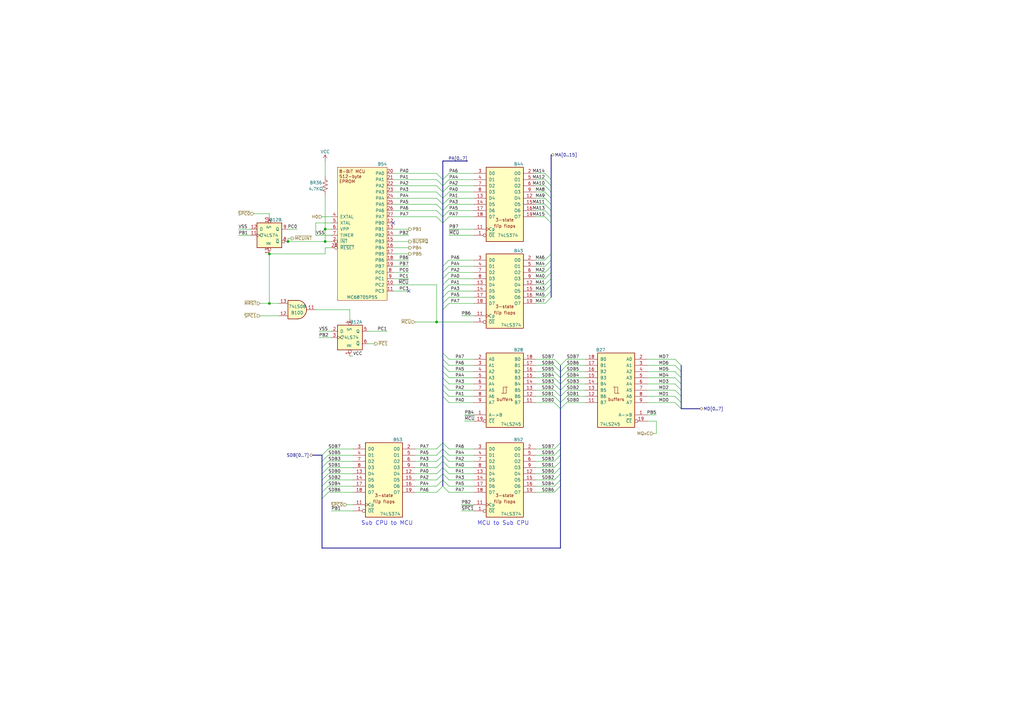
<source format=kicad_sch>
(kicad_sch (version 20231120) (generator "eeschema") (generator_version "8.0")
  (paper "A3")
  (title_block (title "MCU") (date "2024-11-16") (company "JOTEGO") (comment 1 "www.patreon.com/jotego") (comment 2 "José Tejada"))
  (lib_symbols
    (symbol "Device:R_US" (pin_numbers hide) (pin_names (offset 0))
      (property "Reference" "R" (at 2.54 0 90))
      (property "Value" "R_US" (at -2.54 0 90))
      (symbol "R_US_0_1"
        (polyline (pts (xy 0 -2.286) (xy 0 -2.54)))
        (polyline (pts (xy 0 2.286) (xy 0 2.54)))
        (polyline (pts (xy 0 -0.762) (xy 1.016 -1.143) (xy 0 -1.524) (xy -1.016 -1.905) (xy 0 -2.286)))
        (polyline (pts (xy 0 0.762) (xy 1.016 0.381) (xy 0 0) (xy -1.016 -0.381) (xy 0 -0.762)))
        (polyline (pts (xy 0 2.286) (xy 1.016 1.905) (xy 0 1.524) (xy -1.016 1.143) (xy 0 0.762)))
      )
      (symbol "R_US_1_1"
        (pin passive line (at 0 3.81 270) (length 1.27) (name "~") (number "1"))
        (pin passive line (at 0 -3.81 90) (length 1.27) (name "~") (number "2"))
      )
    )
    (symbol "arcade:MC68705P5S" (pin_names (offset 1.016))
      (property "Reference" "U" (at 10.16 27.94 0))
      (property "Value" "MC68705P5S" (at 0 -26.67 0))
      (symbol "MC68705P5S_0_1"
        (rectangle (start -10.16 26.67) (end 10.16 -27.94) (fill (type background)))
      )
      (symbol "MC68705P5S_1_0"
        (text "8-BIT MCU\n512-byte\nEPROM" (at -9.525 22.86 0) (effects (font (size 1.27 1.27)) (justify left)))
      )
      (symbol "MC68705P5S_1_1"
        (pin power_in line (at 0 -27.94 90) (length 2.54) hide (name "VSS") (number "1"))
        (pin bidirectional line (at 12.7 -21.59 180) (length 2.54) (name "PC2") (number "10"))
        (pin bidirectional line (at 12.7 -24.13 180) (length 2.54) (name "PC3") (number "11"))
        (pin bidirectional line (at 12.7 3.81 180) (length 2.54) (name "PB0") (number "12"))
        (pin bidirectional line (at 12.7 1.27 180) (length 2.54) (name "PB1") (number "13"))
        (pin bidirectional line (at 12.7 -1.27 180) (length 2.54) (name "PB2") (number "14"))
        (pin bidirectional line (at 12.7 -3.81 180) (length 2.54) (name "PB3") (number "15"))
        (pin bidirectional line (at 12.7 -6.35 180) (length 2.54) (name "PB4") (number "16"))
        (pin bidirectional line (at 12.7 -8.89 180) (length 2.54) (name "PB5") (number "17"))
        (pin bidirectional line (at 12.7 -11.43 180) (length 2.54) (name "PB6") (number "18"))
        (pin bidirectional line (at 12.7 -13.97 180) (length 2.54) (name "PB7") (number "19"))
        (pin input inverted (at -12.7 -3.81 0) (length 2.54) (name "~{INT}") (number "2"))
        (pin bidirectional line (at 12.7 24.13 180) (length 2.54) (name "PA0") (number "20"))
        (pin bidirectional line (at 12.7 21.59 180) (length 2.54) (name "PA1") (number "21"))
        (pin bidirectional line (at 12.7 19.05 180) (length 2.54) (name "PA2") (number "22"))
        (pin bidirectional line (at 12.7 16.51 180) (length 2.54) (name "PA3") (number "23"))
        (pin bidirectional line (at 12.7 13.97 180) (length 2.54) (name "PA4") (number "24"))
        (pin bidirectional line (at 12.7 11.43 180) (length 2.54) (name "PA5") (number "25"))
        (pin bidirectional line (at 12.7 8.89 180) (length 2.54) (name "PA6") (number "26"))
        (pin bidirectional line (at 12.7 6.35 180) (length 2.54) (name "PA7") (number "27"))
        (pin input inverted (at -12.7 -6.35 0) (length 2.54) (name "~{RESET}") (number "28"))
        (pin power_in line (at 0 26.67 270) (length 2.54) hide (name "VCC") (number "3"))
        (pin input line (at -12.7 6.35 0) (length 2.54) (name "EXTAL") (number "4"))
        (pin input line (at -12.7 3.81 0) (length 2.54) (name "XTAL") (number "5"))
        (pin input line (at -12.7 1.27 0) (length 2.54) (name "VPP") (number "6"))
        (pin input line (at -12.7 -1.27 0) (length 2.54) (name "TIMER") (number "7"))
        (pin bidirectional line (at 12.7 -16.51 180) (length 2.54) (name "PC0") (number "8"))
        (pin bidirectional line (at 12.7 -19.05 180) (length 2.54) (name "PC1") (number "9"))
      )
    )
    (symbol "jt74:74LS08" (pin_names (offset 1.016))
      (property "Reference" "U" (at 0 1.27 0))
      (property "Value" "74LS08" (at 0 -1.27 0))
      (symbol "74LS08_1_1"
        (arc (start 0 -3.81) (mid 3.7934 0) (end 0 3.81) (stroke (width 0.254)) (fill (type background)))
        (polyline (pts (xy 0 3.81) (xy -3.81 3.81) (xy -3.81 -3.81) (xy 0 -3.81)) (stroke (width 0.254)) (fill (type background)))
        (pin input line (at -7.62 2.54 0) (length 3.81) (name "~") (number "1"))
        (pin input line (at -7.62 -2.54 0) (length 3.81) (name "~") (number "2"))
        (pin output line (at 7.62 0 180) (length 3.81) (name "~") (number "3"))
      )
      (symbol "74LS08_1_2"
        (arc (start -3.81 -3.81) (mid -2.589 0) (end -3.81 3.81) (stroke (width 0.254)))
        (arc (start -0.6096 -3.81) (mid 2.1842 -2.5851) (end 3.81 0) (stroke (width 0.254)) (fill (type background)))
        (polyline (pts (xy -3.81 -3.81) (xy -0.635 -3.81)) (stroke (width 0.254)) (fill (type background)))
        (polyline (pts (xy -3.81 3.81) (xy -0.635 3.81)) (stroke (width 0.254)) (fill (type background)))
        (polyline (pts (xy -0.635 3.81) (xy -3.81 3.81) (xy -3.81 3.81) (xy -3.556 3.4036) (xy -3.0226 2.2606) (xy -2.6924 1.0414) (xy -2.6162 -0.254) (xy -2.7686 -1.4986) (xy -3.175 -2.7178) (xy -3.81 -3.81) (xy -3.81 -3.81) (xy -0.635 -3.81)) (stroke (width -25.4)) (fill (type background)))
        (arc (start 3.81 0) (mid 2.1915 2.5936) (end -0.6096 3.81) (stroke (width 0.254)) (fill (type background)))
        (pin input inverted (at -7.62 2.54 0) (length 4.318) (name "~") (number "1"))
        (pin input inverted (at -7.62 -2.54 0) (length 4.318) (name "~") (number "2"))
        (pin output inverted (at 7.62 0 180) (length 3.81) (name "~") (number "3"))
      )
      (symbol "74LS08_2_1"
        (arc (start 0 -3.81) (mid 3.7934 0) (end 0 3.81) (stroke (width 0.254)) (fill (type background)))
        (polyline (pts (xy 0 3.81) (xy -3.81 3.81) (xy -3.81 -3.81) (xy 0 -3.81)) (stroke (width 0.254)) (fill (type background)))
        (pin input line (at -7.62 2.54 0) (length 3.81) (name "~") (number "4"))
        (pin input line (at -7.62 -2.54 0) (length 3.81) (name "~") (number "5"))
        (pin output line (at 7.62 0 180) (length 3.81) (name "~") (number "6"))
      )
      (symbol "74LS08_2_2"
        (arc (start -3.81 -3.81) (mid -2.589 0) (end -3.81 3.81) (stroke (width 0.254)))
        (arc (start -0.6096 -3.81) (mid 2.1842 -2.5851) (end 3.81 0) (stroke (width 0.254)) (fill (type background)))
        (polyline (pts (xy -3.81 -3.81) (xy -0.635 -3.81)) (stroke (width 0.254)) (fill (type background)))
        (polyline (pts (xy -3.81 3.81) (xy -0.635 3.81)) (stroke (width 0.254)) (fill (type background)))
        (polyline (pts (xy -0.635 3.81) (xy -3.81 3.81) (xy -3.81 3.81) (xy -3.556 3.4036) (xy -3.0226 2.2606) (xy -2.6924 1.0414) (xy -2.6162 -0.254) (xy -2.7686 -1.4986) (xy -3.175 -2.7178) (xy -3.81 -3.81) (xy -3.81 -3.81) (xy -0.635 -3.81)) (stroke (width -25.4)) (fill (type background)))
        (arc (start 3.81 0) (mid 2.1915 2.5936) (end -0.6096 3.81) (stroke (width 0.254)) (fill (type background)))
        (pin input inverted (at -7.62 2.54 0) (length 4.318) (name "~") (number "4"))
        (pin input inverted (at -7.62 -2.54 0) (length 4.318) (name "~") (number "5"))
        (pin output inverted (at 7.62 0 180) (length 3.81) (name "~") (number "6"))
      )
      (symbol "74LS08_3_1"
        (arc (start 0 -3.81) (mid 3.7934 0) (end 0 3.81) (stroke (width 0.254)) (fill (type background)))
        (polyline (pts (xy 0 3.81) (xy -3.81 3.81) (xy -3.81 -3.81) (xy 0 -3.81)) (stroke (width 0.254)) (fill (type background)))
        (pin input line (at -7.62 -2.54 0) (length 3.81) (name "~") (number "10"))
        (pin output line (at 7.62 0 180) (length 3.81) (name "~") (number "8"))
        (pin input line (at -7.62 2.54 0) (length 3.81) (name "~") (number "9"))
      )
      (symbol "74LS08_3_2"
        (arc (start -3.81 -3.81) (mid -2.589 0) (end -3.81 3.81) (stroke (width 0.254)))
        (arc (start -0.6096 -3.81) (mid 2.1842 -2.5851) (end 3.81 0) (stroke (width 0.254)) (fill (type background)))
        (polyline (pts (xy -3.81 -3.81) (xy -0.635 -3.81)) (stroke (width 0.254)) (fill (type background)))
        (polyline (pts (xy -3.81 3.81) (xy -0.635 3.81)) (stroke (width 0.254)) (fill (type background)))
        (polyline (pts (xy -0.635 3.81) (xy -3.81 3.81) (xy -3.81 3.81) (xy -3.556 3.4036) (xy -3.0226 2.2606) (xy -2.6924 1.0414) (xy -2.6162 -0.254) (xy -2.7686 -1.4986) (xy -3.175 -2.7178) (xy -3.81 -3.81) (xy -3.81 -3.81) (xy -0.635 -3.81)) (stroke (width -25.4)) (fill (type background)))
        (arc (start 3.81 0) (mid 2.1915 2.5936) (end -0.6096 3.81) (stroke (width 0.254)) (fill (type background)))
        (pin input inverted (at -7.62 -2.54 0) (length 4.318) (name "~") (number "10"))
        (pin output inverted (at 7.62 0 180) (length 3.81) (name "~") (number "8"))
        (pin input inverted (at -7.62 2.54 0) (length 4.318) (name "~") (number "9"))
      )
      (symbol "74LS08_4_1"
        (arc (start 0 -3.81) (mid 3.7934 0) (end 0 3.81) (stroke (width 0.254)) (fill (type background)))
        (polyline (pts (xy 0 3.81) (xy -3.81 3.81) (xy -3.81 -3.81) (xy 0 -3.81)) (stroke (width 0.254)) (fill (type background)))
        (pin output line (at 7.62 0 180) (length 3.81) (name "~") (number "11"))
        (pin input line (at -7.62 2.54 0) (length 3.81) (name "~") (number "12"))
        (pin input line (at -7.62 -2.54 0) (length 3.81) (name "~") (number "13"))
      )
      (symbol "74LS08_4_2"
        (arc (start -3.81 -3.81) (mid -2.589 0) (end -3.81 3.81) (stroke (width 0.254)))
        (arc (start -0.6096 -3.81) (mid 2.1842 -2.5851) (end 3.81 0) (stroke (width 0.254)) (fill (type background)))
        (polyline (pts (xy -3.81 -3.81) (xy -0.635 -3.81)) (stroke (width 0.254)) (fill (type background)))
        (polyline (pts (xy -3.81 3.81) (xy -0.635 3.81)) (stroke (width 0.254)) (fill (type background)))
        (polyline (pts (xy -0.635 3.81) (xy -3.81 3.81) (xy -3.81 3.81) (xy -3.556 3.4036) (xy -3.0226 2.2606) (xy -2.6924 1.0414) (xy -2.6162 -0.254) (xy -2.7686 -1.4986) (xy -3.175 -2.7178) (xy -3.81 -3.81) (xy -3.81 -3.81) (xy -0.635 -3.81)) (stroke (width -25.4)) (fill (type background)))
        (arc (start 3.81 0) (mid 2.1915 2.5936) (end -0.6096 3.81) (stroke (width 0.254)) (fill (type background)))
        (pin output inverted (at 7.62 0 180) (length 3.81) (name "~") (number "11"))
        (pin input inverted (at -7.62 2.54 0) (length 4.318) (name "~") (number "12"))
        (pin input inverted (at -7.62 -2.54 0) (length 4.318) (name "~") (number "13"))
      )
      (symbol "74LS08_5_0"
        (pin power_in line (at 0 7.62 270) (length 5.08) hide (name "VCC") (number "14"))
        (pin power_in line (at 0 -7.62 90) (length 5.08) hide (name "VSS") (number "7"))
      )
      (symbol "74LS08_5_1"
        (rectangle (start -5.08 7.62) (end 5.08 -7.62) (stroke (width 0.254)) (fill (type background)))
        (text "+" (at 0 6.35 0) (effects (font (size 1.27 1.27))))
      )
    )
    (symbol "jt74:74LS245" (pin_names (offset 1.016))
      (property "Reference" "U" (at -7.62 16.51 0))
      (property "Value" "74LS245" (at 2.54 -13.97 0))
      (symbol "74LS245_0_0"
        (text "buffers" (at 0 -3.81 0) (effects (font (size 1.27 1.27))))
      )
      (symbol "74LS245_1_0"
        (polyline (pts (xy -0.635 -1.27) (xy -0.635 1.27) (xy 0.635 1.27)))
        (polyline (pts (xy -1.27 -1.27) (xy 0.635 -1.27) (xy 0.635 1.27) (xy 1.27 1.27)))
        (pin input line (at -12.7 -10.16 0) (length 5.08) (name "A->B") (number "1"))
        (pin tri_state line (at 12.7 -5.08 180) (length 5.08) (name "B7") (number "11"))
        (pin tri_state line (at 12.7 -2.54 180) (length 5.08) (name "B6") (number "12"))
        (pin tri_state line (at 12.7 0 180) (length 5.08) (name "B5") (number "13"))
        (pin tri_state line (at 12.7 2.54 180) (length 5.08) (name "B4") (number "14"))
        (pin tri_state line (at 12.7 5.08 180) (length 5.08) (name "B3") (number "15"))
        (pin tri_state line (at 12.7 7.62 180) (length 5.08) (name "B2") (number "16"))
        (pin tri_state line (at 12.7 10.16 180) (length 5.08) (name "B1") (number "17"))
        (pin tri_state line (at 12.7 12.7 180) (length 5.08) (name "B0") (number "18"))
        (pin input inverted (at -12.7 -12.7 0) (length 5.08) (name "~{CE}") (number "19"))
        (pin tri_state line (at -12.7 12.7 0) (length 5.08) (name "A0") (number "2"))
        (pin tri_state line (at -12.7 10.16 0) (length 5.08) (name "A1") (number "3"))
        (pin tri_state line (at -12.7 7.62 0) (length 5.08) (name "A2") (number "4"))
        (pin tri_state line (at -12.7 5.08 0) (length 5.08) (name "A3") (number "5"))
        (pin tri_state line (at -12.7 2.54 0) (length 5.08) (name "A4") (number "6"))
        (pin tri_state line (at -12.7 0 0) (length 5.08) (name "A5") (number "7"))
        (pin tri_state line (at -12.7 -2.54 0) (length 5.08) (name "A6") (number "8"))
        (pin tri_state line (at -12.7 -5.08 0) (length 5.08) (name "A7") (number "9"))
      )
      (symbol "74LS245_1_1"
        (rectangle (start -7.62 15.24) (end 7.62 -15.24) (stroke (width 0.254)) (fill (type background)))
      )
    )
    (symbol "jt74:74LS374" (pin_names (offset 1.016))
      (property "Reference" "U" (at 0 1.27 0))
      (property "Value" "74LS374" (at 2.54 -13.97 0))
      (symbol "74LS374_0_0"
        (text "3-state" (at 0 -6.35 0) (effects (font (size 1.27 1.27))))
        (text "flip flops" (at 0 -8.89 0) (effects (font (size 1.27 1.27))))
      )
      (symbol "74LS374_1_0"
        (pin input inverted (at -12.7 -12.7 0) (length 5.08) (name "~{OE}") (number "1"))
        (pin input clock (at -12.7 -10.16 0) (length 5.08) (name "Cp") (number "11"))
        (pin tri_state line (at 12.7 2.54 180) (length 5.08) (name "O4") (number "12"))
        (pin input line (at -12.7 2.54 0) (length 5.08) (name "D4") (number "13"))
        (pin input line (at -12.7 0 0) (length 5.08) (name "D5") (number "14"))
        (pin tri_state line (at 12.7 0 180) (length 5.08) (name "O5") (number "15"))
        (pin tri_state line (at 12.7 -2.54 180) (length 5.08) (name "O6") (number "16"))
        (pin input line (at -12.7 -2.54 0) (length 5.08) (name "D6") (number "17"))
        (pin input line (at -12.7 -5.08 0) (length 5.08) (name "D7") (number "18"))
        (pin tri_state line (at 12.7 -5.08 180) (length 5.08) (name "O7") (number "19"))
        (pin tri_state line (at 12.7 12.7 180) (length 5.08) (name "O0") (number "2"))
        (pin input line (at -12.7 12.7 0) (length 5.08) (name "D0") (number "3"))
        (pin input line (at -12.7 10.16 0) (length 5.08) (name "D1") (number "4"))
        (pin tri_state line (at 12.7 10.16 180) (length 5.08) (name "O1") (number "5"))
        (pin tri_state line (at 12.7 7.62 180) (length 5.08) (name "O2") (number "6"))
        (pin input line (at -12.7 7.62 0) (length 5.08) (name "D2") (number "7"))
        (pin input line (at -12.7 5.08 0) (length 5.08) (name "D3") (number "8"))
        (pin tri_state line (at 12.7 5.08 180) (length 5.08) (name "O3") (number "9"))
      )
      (symbol "74LS374_1_1"
        (rectangle (start -7.62 15.24) (end 7.62 -15.24) (stroke (width 0.254)) (fill (type background)))
      )
    )
    (symbol "jt74:74LS74" (pin_names (offset 1.016))
      (property "Reference" "U" (at 0 1.27 0))
      (property "Value" "74LS74" (at 0 -1.27 0))
      (symbol "74LS74_0_1"
        (text "+" (at 0 6.35 0) (effects (font (size 1.27 1.27))))
      )
      (symbol "74LS74_1_0"
        (pin input inverted (at 0 -7.62 90) (length 2.54) (name "~{R}") (number "1"))
        (pin input line (at -7.62 2.54 0) (length 2.54) (name "D") (number "2"))
        (pin input clock (at -7.62 0 0) (length 2.54) (name "C") (number "3"))
        (pin input inverted (at 0 7.62 270) (length 2.54) (name "~{S}") (number "4"))
        (pin output line (at 7.62 2.54 180) (length 2.54) (name "Q") (number "5"))
        (pin output line (at 7.62 -2.54 180) (length 2.54) (name "~{Q}") (number "6"))
      )
      (symbol "74LS74_1_1"
        (rectangle (start -5.08 5.08) (end 5.08 -5.08) (stroke (width 0.254)) (fill (type background)))
      )
      (symbol "74LS74_2_0"
        (pin input clock (at -7.62 0 0) (length 2.54) (name "C") (number "11"))
        (pin input line (at -7.62 2.54 0) (length 2.54) (name "D") (number "12"))
        (pin input inverted (at 0 -7.62 90) (length 2.54) (name "~{R}") (number "13"))
        (pin output inverted (at 7.62 -2.54 180) (length 2.54) (name "~{Q}") (number "8"))
        (pin output line (at 7.62 2.54 180) (length 2.54) (name "Q") (number "9"))
      )
      (symbol "74LS74_2_1"
        (rectangle (start -5.08 5.08) (end 5.08 -5.08) (stroke (width 0.254)) (fill (type background)))
        (pin input inverted (at 0 7.62 270) (length 2.54) (name "~{S}") (number "10"))
      )
      (symbol "74LS74_3_0"
        (pin power_in line (at 0 7.62 270) (length 2.54) hide (name "VCC") (number "14"))
        (pin power_in line (at 0 -7.62 90) (length 2.54) hide (name "GND") (number "7"))
      )
      (symbol "74LS74_3_1"
        (rectangle (start -5.08 7.62) (end 5.08 -7.62) (stroke (width 0.254)) (fill (type background)))
      )
    )
    (symbol "power:VCC" (power) (pin_names (offset 0))
      (property "Value" "VCC" (at 0 3.81 0))
      (symbol "VCC_0_1"
        (polyline (pts (xy -0.762 1.27) (xy 0 2.54)))
        (polyline (pts (xy 0 0) (xy 0 2.54)))
        (polyline (pts (xy 0 2.54) (xy 0.762 1.27)))
      )
      (symbol "VCC_1_1"
        (pin power_in line (at 0 0 90) (length 0) hide (name "VCC") (number "1"))
      )
    )
  )
  (junction (at 118.11 99.06))
  (junction (at 179.07 132.08))
  (junction (at 133.35 93.98))
  (junction (at 110.49 124.46))
  (junction (at 133.35 99.06))
  (junction (at 110.49 104.14))
  (no_connect (at 161.29 91.44))
  (no_connect (at 167.64 119.38))
  (bus_entry (at 179.07 186.69) (size 2.54 -2.54))
  (bus_entry (at 184.15 106.68) (size -2.54 2.54))
  (bus_entry (at 227.33 152.4) (size 2.54 2.54))
  (bus_entry (at 227.33 157.48) (size 2.54 2.54))
  (bus_entry (at 184.15 109.22) (size -2.54 2.54))
  (bus_entry (at 134.62 196.85) (size -2.54 2.54))
  (bus_entry (at 184.15 196.85) (size -2.54 -2.54))
  (bus_entry (at 226.06 78.74) (size -2.54 -2.54))
  (bus_entry (at 276.86 165.1) (size 2.54 2.54))
  (bus_entry (at 226.06 76.2) (size -2.54 -2.54))
  (bus_entry (at 184.15 199.39) (size -2.54 -2.54))
  (bus_entry (at 184.15 81.28) (size -2.54 2.54))
  (bus_entry (at 184.15 119.38) (size -2.54 2.54))
  (bus_entry (at 184.15 186.69) (size -2.54 -2.54))
  (bus_entry (at 184.15 124.46) (size -2.54 2.54))
  (bus_entry (at 227.33 191.77) (size 2.54 -2.54))
  (bus_entry (at 184.15 149.86) (size -2.54 -2.54))
  (bus_entry (at 232.41 154.94) (size -2.54 2.54))
  (bus_entry (at 184.15 160.02) (size -2.54 -2.54))
  (bus_entry (at 227.33 184.15) (size 2.54 -2.54))
  (bus_entry (at 179.07 88.9) (size 2.54 2.54))
  (bus_entry (at 184.15 83.82) (size -2.54 2.54))
  (bus_entry (at 184.15 191.77) (size -2.54 -2.54))
  (bus_entry (at 184.15 162.56) (size -2.54 -2.54))
  (bus_entry (at 184.15 194.31) (size -2.54 -2.54))
  (bus_entry (at 179.07 194.31) (size 2.54 -2.54))
  (bus_entry (at 184.15 189.23) (size -2.54 -2.54))
  (bus_entry (at 227.33 162.56) (size 2.54 2.54))
  (bus_entry (at 134.62 189.23) (size -2.54 2.54))
  (bus_entry (at 179.07 189.23) (size 2.54 -2.54))
  (bus_entry (at 179.07 201.93) (size 2.54 -2.54))
  (bus_entry (at 227.33 199.39) (size 2.54 -2.54))
  (bus_entry (at 227.33 194.31) (size 2.54 -2.54))
  (bus_entry (at 179.07 83.82) (size 2.54 2.54))
  (bus_entry (at 226.06 83.82) (size -2.54 -2.54))
  (bus_entry (at 226.06 88.9) (size -2.54 -2.54))
  (bus_entry (at 276.86 160.02) (size 2.54 2.54))
  (bus_entry (at 232.41 165.1) (size -2.54 2.54))
  (bus_entry (at 184.15 121.92) (size -2.54 2.54))
  (bus_entry (at 227.33 147.32) (size 2.54 2.54))
  (bus_entry (at 179.07 71.12) (size 2.54 2.54))
  (bus_entry (at 226.06 91.44) (size -2.54 -2.54))
  (bus_entry (at 226.06 121.92) (size -2.54 2.54))
  (bus_entry (at 179.07 78.74) (size 2.54 2.54))
  (bus_entry (at 227.33 154.94) (size 2.54 2.54))
  (bus_entry (at 227.33 201.93) (size 2.54 -2.54))
  (bus_entry (at 226.06 116.84) (size -2.54 2.54))
  (bus_entry (at 184.15 184.15) (size -2.54 -2.54))
  (bus_entry (at 184.15 88.9) (size -2.54 2.54))
  (bus_entry (at 134.62 199.39) (size -2.54 2.54))
  (bus_entry (at 184.15 152.4) (size -2.54 -2.54))
  (bus_entry (at 179.07 81.28) (size 2.54 2.54))
  (bus_entry (at 179.07 86.36) (size 2.54 2.54))
  (bus_entry (at 226.06 106.68) (size -2.54 2.54))
  (bus_entry (at 227.33 160.02) (size 2.54 2.54))
  (bus_entry (at 276.86 157.48) (size 2.54 2.54))
  (bus_entry (at 184.15 78.74) (size -2.54 2.54))
  (bus_entry (at 179.07 184.15) (size 2.54 -2.54))
  (bus_entry (at 226.06 111.76) (size -2.54 2.54))
  (bus_entry (at 184.15 71.12) (size -2.54 2.54))
  (bus_entry (at 226.06 119.38) (size -2.54 2.54))
  (bus_entry (at 184.15 147.32) (size -2.54 -2.54))
  (bus_entry (at 184.15 111.76) (size -2.54 2.54))
  (bus_entry (at 227.33 165.1) (size 2.54 2.54))
  (bus_entry (at 232.41 160.02) (size -2.54 2.54))
  (bus_entry (at 134.62 191.77) (size -2.54 2.54))
  (bus_entry (at 232.41 152.4) (size -2.54 2.54))
  (bus_entry (at 276.86 152.4) (size 2.54 2.54))
  (bus_entry (at 276.86 154.94) (size 2.54 2.54))
  (bus_entry (at 276.86 147.32) (size 2.54 2.54))
  (bus_entry (at 226.06 86.36) (size -2.54 -2.54))
  (bus_entry (at 227.33 186.69) (size 2.54 -2.54))
  (bus_entry (at 226.06 114.3) (size -2.54 2.54))
  (bus_entry (at 232.41 149.86) (size -2.54 2.54))
  (bus_entry (at 179.07 199.39) (size 2.54 -2.54))
  (bus_entry (at 179.07 196.85) (size 2.54 -2.54))
  (bus_entry (at 232.41 157.48) (size -2.54 2.54))
  (bus_entry (at 184.15 73.66) (size -2.54 2.54))
  (bus_entry (at 232.41 162.56) (size -2.54 2.54))
  (bus_entry (at 276.86 149.86) (size 2.54 2.54))
  (bus_entry (at 226.06 81.28) (size -2.54 -2.54))
  (bus_entry (at 184.15 154.94) (size -2.54 -2.54))
  (bus_entry (at 226.06 109.22) (size -2.54 2.54))
  (bus_entry (at 179.07 191.77) (size 2.54 -2.54))
  (bus_entry (at 184.15 116.84) (size -2.54 2.54))
  (bus_entry (at 134.62 184.15) (size -2.54 2.54))
  (bus_entry (at 227.33 196.85) (size 2.54 -2.54))
  (bus_entry (at 134.62 194.31) (size -2.54 2.54))
  (bus_entry (at 226.06 73.66) (size -2.54 -2.54))
  (bus_entry (at 232.41 147.32) (size -2.54 2.54))
  (bus_entry (at 227.33 189.23) (size 2.54 -2.54))
  (bus_entry (at 134.62 186.69) (size -2.54 2.54))
  (bus_entry (at 184.15 76.2) (size -2.54 2.54))
  (bus_entry (at 134.62 201.93) (size -2.54 2.54))
  (bus_entry (at 276.86 162.56) (size 2.54 2.54))
  (bus_entry (at 227.33 149.86) (size 2.54 2.54))
  (bus_entry (at 226.06 104.14) (size -2.54 2.54))
  (bus_entry (at 179.07 73.66) (size 2.54 2.54))
  (bus_entry (at 184.15 201.93) (size -2.54 -2.54))
  (bus_entry (at 184.15 114.3) (size -2.54 2.54))
  (bus_entry (at 179.07 76.2) (size 2.54 2.54))
  (bus_entry (at 184.15 157.48) (size -2.54 -2.54))
  (bus_entry (at 184.15 86.36) (size -2.54 2.54))
  (bus_entry (at 184.15 165.1) (size -2.54 -2.54))
  (bus (pts (xy 287.02 167.64) (xy 279.4 167.64)))
  (wire (pts (xy 219.71 106.68) (xy 223.52 106.68)))
  (bus (pts (xy 226.06 119.38) (xy 226.06 121.92)))
  (wire (pts (xy 276.86 152.4) (xy 265.43 152.4)))
  (bus (pts (xy 226.06 86.36) (xy 226.06 88.9)))
  (bus (pts (xy 132.08 194.31) (xy 132.08 196.85)))
  (bus (pts (xy 279.4 157.48) (xy 279.4 154.94)))
  (wire (pts (xy 189.23 209.55) (xy 194.31 209.55)))
  (bus (pts (xy 132.08 196.85) (xy 132.08 199.39)))
  (wire (pts (xy 184.15 109.22) (xy 194.31 109.22)))
  (wire (pts (xy 119.38 97.79) (xy 118.11 97.79)))
  (bus (pts (xy 181.61 144.78) (xy 181.61 147.32)))
  (bus (pts (xy 181.61 73.66) (xy 181.61 76.2)))
  (wire (pts (xy 129.54 91.44) (xy 129.54 96.52)))
  (bus (pts (xy 132.08 189.23) (xy 132.08 191.77)))
  (wire (pts (xy 184.15 76.2) (xy 194.31 76.2)))
  (wire (pts (xy 133.35 104.14) (xy 133.35 101.6)))
  (wire (pts (xy 219.71 152.4) (xy 227.33 152.4)))
  (wire (pts (xy 276.86 147.32) (xy 265.43 147.32)))
  (wire (pts (xy 151.13 135.89) (xy 158.75 135.89)))
  (wire (pts (xy 130.81 135.89) (xy 135.89 135.89)))
  (wire (pts (xy 184.15 157.48) (xy 194.31 157.48)))
  (wire (pts (xy 161.29 78.74) (xy 179.07 78.74)))
  (wire (pts (xy 161.29 119.38) (xy 167.64 119.38)))
  (wire (pts (xy 161.29 99.06) (xy 167.64 99.06)))
  (wire (pts (xy 269.24 177.8) (xy 267.97 177.8)))
  (bus (pts (xy 181.61 127) (xy 181.61 144.78)))
  (wire (pts (xy 219.71 83.82) (xy 223.52 83.82)))
  (bus (pts (xy 226.06 106.68) (xy 226.06 109.22)))
  (bus (pts (xy 181.61 149.86) (xy 181.61 152.4)))
  (bus (pts (xy 226.06 81.28) (xy 226.06 83.82)))
  (wire (pts (xy 184.15 83.82) (xy 194.31 83.82)))
  (bus (pts (xy 181.61 194.31) (xy 181.61 196.85)))
  (wire (pts (xy 170.18 196.85) (xy 179.07 196.85)))
  (bus (pts (xy 226.06 73.66) (xy 226.06 76.2)))
  (wire (pts (xy 240.03 147.32) (xy 232.41 147.32)))
  (bus (pts (xy 181.61 78.74) (xy 181.61 76.2)))
  (wire (pts (xy 106.68 129.54) (xy 114.3 129.54)))
  (bus (pts (xy 181.61 119.38) (xy 181.61 121.92)))
  (wire (pts (xy 194.31 199.39) (xy 184.15 199.39)))
  (wire (pts (xy 269.24 172.72) (xy 269.24 177.8)))
  (bus (pts (xy 229.87 191.77) (xy 229.87 194.31)))
  (bus (pts (xy 229.87 181.61) (xy 229.87 184.15)))
  (wire (pts (xy 276.86 149.86) (xy 265.43 149.86)))
  (wire (pts (xy 133.35 93.98) (xy 133.35 99.06)))
  (wire (pts (xy 219.71 184.15) (xy 227.33 184.15)))
  (bus (pts (xy 181.61 78.74) (xy 181.61 81.28)))
  (bus (pts (xy 226.06 76.2) (xy 226.06 78.74)))
  (wire (pts (xy 189.23 129.54) (xy 194.31 129.54)))
  (wire (pts (xy 194.31 184.15) (xy 184.15 184.15)))
  (bus (pts (xy 181.61 189.23) (xy 181.61 191.77)))
  (wire (pts (xy 144.78 209.55) (xy 135.89 209.55)))
  (wire (pts (xy 106.68 124.46) (xy 110.49 124.46)))
  (wire (pts (xy 118.11 97.79) (xy 118.11 99.06)))
  (wire (pts (xy 133.35 66.04) (xy 133.35 72.39)))
  (wire (pts (xy 134.62 186.69) (xy 144.78 186.69)))
  (bus (pts (xy 226.06 88.9) (xy 226.06 91.44)))
  (bus (pts (xy 181.61 157.48) (xy 181.61 160.02)))
  (wire (pts (xy 276.86 160.02) (xy 265.43 160.02)))
  (wire (pts (xy 161.29 114.3) (xy 167.64 114.3)))
  (wire (pts (xy 219.71 78.74) (xy 223.52 78.74)))
  (bus (pts (xy 229.87 152.4) (xy 229.87 149.86)))
  (wire (pts (xy 134.62 184.15) (xy 144.78 184.15)))
  (wire (pts (xy 184.15 73.66) (xy 194.31 73.66)))
  (wire (pts (xy 184.15 154.94) (xy 194.31 154.94)))
  (wire (pts (xy 219.71 160.02) (xy 227.33 160.02)))
  (wire (pts (xy 151.13 140.97) (xy 153.67 140.97)))
  (wire (pts (xy 240.03 160.02) (xy 232.41 160.02)))
  (bus (pts (xy 229.87 184.15) (xy 229.87 186.69)))
  (bus (pts (xy 229.87 186.69) (xy 229.87 189.23)))
  (wire (pts (xy 219.71 199.39) (xy 227.33 199.39)))
  (wire (pts (xy 276.86 157.48) (xy 265.43 157.48)))
  (bus (pts (xy 181.61 66.04) (xy 181.61 73.66)))
  (wire (pts (xy 219.71 189.23) (xy 227.33 189.23)))
  (bus (pts (xy 229.87 167.64) (xy 229.87 181.61)))
  (bus (pts (xy 226.06 114.3) (xy 226.06 116.84)))
  (bus (pts (xy 279.4 160.02) (xy 279.4 157.48)))
  (wire (pts (xy 97.79 96.52) (xy 102.87 96.52)))
  (wire (pts (xy 219.71 186.69) (xy 227.33 186.69)))
  (wire (pts (xy 161.29 83.82) (xy 179.07 83.82)))
  (wire (pts (xy 133.35 101.6) (xy 135.89 101.6)))
  (wire (pts (xy 134.62 199.39) (xy 144.78 199.39)))
  (wire (pts (xy 219.71 71.12) (xy 223.52 71.12)))
  (wire (pts (xy 219.71 154.94) (xy 227.33 154.94)))
  (bus (pts (xy 181.61 88.9) (xy 181.61 91.44)))
  (wire (pts (xy 134.62 191.77) (xy 144.78 191.77)))
  (wire (pts (xy 219.71 116.84) (xy 223.52 116.84)))
  (wire (pts (xy 194.31 189.23) (xy 184.15 189.23)))
  (wire (pts (xy 184.15 86.36) (xy 194.31 86.36)))
  (wire (pts (xy 170.18 189.23) (xy 179.07 189.23)))
  (wire (pts (xy 161.29 116.84) (xy 179.07 116.84)))
  (bus (pts (xy 132.08 199.39) (xy 132.08 201.93)))
  (wire (pts (xy 161.29 73.66) (xy 179.07 73.66)))
  (wire (pts (xy 219.71 73.66) (xy 223.52 73.66)))
  (wire (pts (xy 194.31 194.31) (xy 184.15 194.31)))
  (bus (pts (xy 181.61 162.56) (xy 181.61 181.61)))
  (bus (pts (xy 181.61 91.44) (xy 181.61 109.22)))
  (wire (pts (xy 170.18 194.31) (xy 179.07 194.31)))
  (wire (pts (xy 184.15 96.52) (xy 194.31 96.52)))
  (wire (pts (xy 132.08 88.9) (xy 135.89 88.9)))
  (wire (pts (xy 219.71 121.92) (xy 223.52 121.92)))
  (wire (pts (xy 269.24 170.18) (xy 265.43 170.18)))
  (wire (pts (xy 104.14 87.63) (xy 110.49 87.63)))
  (wire (pts (xy 219.71 88.9) (xy 223.52 88.9)))
  (wire (pts (xy 276.86 165.1) (xy 265.43 165.1)))
  (wire (pts (xy 240.03 157.48) (xy 232.41 157.48)))
  (wire (pts (xy 170.18 186.69) (xy 179.07 186.69)))
  (wire (pts (xy 219.71 201.93) (xy 227.33 201.93)))
  (wire (pts (xy 194.31 196.85) (xy 184.15 196.85)))
  (bus (pts (xy 229.87 160.02) (xy 229.87 157.48)))
  (bus (pts (xy 229.87 165.1) (xy 229.87 162.56)))
  (bus (pts (xy 229.87 199.39) (xy 229.87 224.79)))
  (wire (pts (xy 97.79 93.98) (xy 102.87 93.98)))
  (wire (pts (xy 110.49 104.14) (xy 110.49 124.46)))
  (wire (pts (xy 184.15 116.84) (xy 194.31 116.84)))
  (wire (pts (xy 135.89 99.06) (xy 133.35 99.06)))
  (wire (pts (xy 161.29 71.12) (xy 179.07 71.12)))
  (bus (pts (xy 226.06 104.14) (xy 226.06 106.68)))
  (wire (pts (xy 161.29 104.14) (xy 167.64 104.14)))
  (wire (pts (xy 184.15 119.38) (xy 194.31 119.38)))
  (bus (pts (xy 132.08 204.47) (xy 132.08 224.79)))
  (wire (pts (xy 219.71 111.76) (xy 223.52 111.76)))
  (wire (pts (xy 134.62 194.31) (xy 144.78 194.31)))
  (wire (pts (xy 110.49 87.63) (xy 110.49 88.9)))
  (wire (pts (xy 161.29 111.76) (xy 167.64 111.76)))
  (bus (pts (xy 279.4 149.86) (xy 279.4 152.4)))
  (wire (pts (xy 184.15 114.3) (xy 194.31 114.3)))
  (wire (pts (xy 161.29 101.6) (xy 167.64 101.6)))
  (bus (pts (xy 181.61 114.3) (xy 181.61 116.84)))
  (bus (pts (xy 226.06 109.22) (xy 226.06 111.76)))
  (wire (pts (xy 276.86 162.56) (xy 265.43 162.56)))
  (wire (pts (xy 184.15 93.98) (xy 194.31 93.98)))
  (bus (pts (xy 181.61 109.22) (xy 181.61 111.76)))
  (bus (pts (xy 181.61 121.92) (xy 181.61 124.46)))
  (wire (pts (xy 143.51 127) (xy 129.54 127)))
  (bus (pts (xy 226.06 116.84) (xy 226.06 119.38)))
  (wire (pts (xy 194.31 191.77) (xy 184.15 191.77)))
  (bus (pts (xy 191.77 66.04) (xy 181.61 66.04)))
  (bus (pts (xy 279.4 165.1) (xy 279.4 162.56)))
  (wire (pts (xy 184.15 149.86) (xy 194.31 149.86)))
  (wire (pts (xy 143.51 130.81) (xy 143.51 127)))
  (wire (pts (xy 179.07 116.84) (xy 179.07 132.08)))
  (wire (pts (xy 170.18 191.77) (xy 179.07 191.77)))
  (wire (pts (xy 184.15 147.32) (xy 194.31 147.32)))
  (wire (pts (xy 184.15 78.74) (xy 194.31 78.74)))
  (wire (pts (xy 170.18 132.08) (xy 179.07 132.08)))
  (bus (pts (xy 132.08 186.69) (xy 132.08 189.23)))
  (wire (pts (xy 184.15 160.02) (xy 194.31 160.02)))
  (wire (pts (xy 219.71 147.32) (xy 227.33 147.32)))
  (wire (pts (xy 161.29 88.9) (xy 179.07 88.9)))
  (bus (pts (xy 181.61 124.46) (xy 181.61 127)))
  (wire (pts (xy 219.71 194.31) (xy 227.33 194.31)))
  (wire (pts (xy 276.86 154.94) (xy 265.43 154.94)))
  (wire (pts (xy 219.71 114.3) (xy 223.52 114.3)))
  (bus (pts (xy 181.61 191.77) (xy 181.61 194.31)))
  (wire (pts (xy 194.31 186.69) (xy 184.15 186.69)))
  (bus (pts (xy 229.87 189.23) (xy 229.87 191.77)))
  (wire (pts (xy 118.11 99.06) (xy 133.35 99.06)))
  (bus (pts (xy 226.06 91.44) (xy 226.06 104.14)))
  (wire (pts (xy 130.81 138.43) (xy 135.89 138.43)))
  (bus (pts (xy 226.06 78.74) (xy 226.06 81.28)))
  (bus (pts (xy 132.08 204.47) (xy 132.08 201.93)))
  (wire (pts (xy 133.35 93.98) (xy 135.89 93.98)))
  (wire (pts (xy 184.15 106.68) (xy 194.31 106.68)))
  (wire (pts (xy 184.15 124.46) (xy 194.31 124.46)))
  (wire (pts (xy 144.78 146.05) (xy 143.51 146.05)))
  (bus (pts (xy 229.87 196.85) (xy 229.87 199.39)))
  (wire (pts (xy 133.35 80.01) (xy 133.35 93.98)))
  (wire (pts (xy 219.71 119.38) (xy 223.52 119.38)))
  (bus (pts (xy 181.61 160.02) (xy 181.61 162.56)))
  (wire (pts (xy 118.11 93.98) (xy 121.92 93.98)))
  (wire (pts (xy 219.71 191.77) (xy 227.33 191.77)))
  (bus (pts (xy 181.61 196.85) (xy 181.61 199.39)))
  (wire (pts (xy 184.15 165.1) (xy 194.31 165.1)))
  (wire (pts (xy 161.29 76.2) (xy 179.07 76.2)))
  (bus (pts (xy 279.4 162.56) (xy 279.4 160.02)))
  (bus (pts (xy 181.61 81.28) (xy 181.61 83.82)))
  (wire (pts (xy 189.23 207.01) (xy 194.31 207.01)))
  (bus (pts (xy 226.06 111.76) (xy 226.06 114.3)))
  (wire (pts (xy 110.49 104.14) (xy 133.35 104.14)))
  (wire (pts (xy 240.03 165.1) (xy 232.41 165.1)))
  (bus (pts (xy 181.61 186.69) (xy 181.61 189.23)))
  (wire (pts (xy 194.31 201.93) (xy 184.15 201.93)))
  (wire (pts (xy 110.49 124.46) (xy 114.3 124.46)))
  (bus (pts (xy 181.61 152.4) (xy 181.61 154.94)))
  (bus (pts (xy 226.06 63.5) (xy 226.06 73.66)))
  (bus (pts (xy 132.08 224.79) (xy 229.87 224.79)))
  (bus (pts (xy 181.61 147.32) (xy 181.61 149.86)))
  (bus (pts (xy 229.87 165.1) (xy 229.87 167.64)))
  (bus (pts (xy 181.61 181.61) (xy 181.61 184.15)))
  (wire (pts (xy 219.71 86.36) (xy 223.52 86.36)))
  (bus (pts (xy 181.61 184.15) (xy 181.61 186.69)))
  (bus (pts (xy 181.61 111.76) (xy 181.61 114.3)))
  (wire (pts (xy 219.71 162.56) (xy 227.33 162.56)))
  (bus (pts (xy 181.61 154.94) (xy 181.61 157.48)))
  (wire (pts (xy 240.03 162.56) (xy 232.41 162.56)))
  (bus (pts (xy 226.06 83.82) (xy 226.06 86.36)))
  (wire (pts (xy 184.15 121.92) (xy 194.31 121.92)))
  (wire (pts (xy 161.29 96.52) (xy 167.64 96.52)))
  (bus (pts (xy 229.87 162.56) (xy 229.87 160.02)))
  (wire (pts (xy 240.03 152.4) (xy 232.41 152.4)))
  (wire (pts (xy 219.71 81.28) (xy 223.52 81.28)))
  (wire (pts (xy 161.29 93.98) (xy 167.64 93.98)))
  (bus (pts (xy 181.61 116.84) (xy 181.61 119.38)))
  (bus (pts (xy 229.87 154.94) (xy 229.87 152.4)))
  (bus (pts (xy 229.87 194.31) (xy 229.87 196.85)))
  (wire (pts (xy 219.71 157.48) (xy 227.33 157.48)))
  (bus (pts (xy 279.4 154.94) (xy 279.4 152.4)))
  (wire (pts (xy 129.54 91.44) (xy 135.89 91.44)))
  (bus (pts (xy 181.61 86.36) (xy 181.61 88.9)))
  (wire (pts (xy 219.71 165.1) (xy 227.33 165.1)))
  (wire (pts (xy 134.62 189.23) (xy 144.78 189.23)))
  (bus (pts (xy 279.4 167.64) (xy 279.4 165.1)))
  (wire (pts (xy 219.71 196.85) (xy 227.33 196.85)))
  (wire (pts (xy 134.62 196.85) (xy 144.78 196.85)))
  (wire (pts (xy 184.15 88.9) (xy 194.31 88.9)))
  (bus (pts (xy 181.61 83.82) (xy 181.61 86.36)))
  (wire (pts (xy 144.78 207.01) (xy 142.24 207.01)))
  (bus (pts (xy 132.08 191.77) (xy 132.08 194.31)))
  (wire (pts (xy 219.71 76.2) (xy 223.52 76.2)))
  (wire (pts (xy 184.15 111.76) (xy 194.31 111.76)))
  (bus (pts (xy 229.87 157.48) (xy 229.87 154.94)))
  (wire (pts (xy 161.29 106.68) (xy 167.64 106.68)))
  (wire (pts (xy 161.29 86.36) (xy 179.07 86.36)))
  (wire (pts (xy 219.71 109.22) (xy 223.52 109.22)))
  (wire (pts (xy 161.29 81.28) (xy 179.07 81.28)))
  (wire (pts (xy 170.18 184.15) (xy 179.07 184.15)))
  (wire (pts (xy 240.03 149.86) (xy 232.41 149.86)))
  (wire (pts (xy 190.5 172.72) (xy 194.31 172.72)))
  (wire (pts (xy 170.18 199.39) (xy 179.07 199.39)))
  (wire (pts (xy 219.71 124.46) (xy 223.52 124.46)))
  (wire (pts (xy 179.07 132.08) (xy 194.31 132.08)))
  (wire (pts (xy 240.03 154.94) (xy 232.41 154.94)))
  (wire (pts (xy 184.15 71.12) (xy 194.31 71.12)))
  (wire (pts (xy 190.5 170.18) (xy 194.31 170.18)))
  (wire (pts (xy 184.15 162.56) (xy 194.31 162.56)))
  (wire (pts (xy 161.29 109.22) (xy 167.64 109.22)))
  (wire (pts (xy 170.18 201.93) (xy 179.07 201.93)))
  (wire (pts (xy 269.24 172.72) (xy 265.43 172.72)))
  (wire (pts (xy 184.15 81.28) (xy 194.31 81.28)))
  (wire (pts (xy 184.15 152.4) (xy 194.31 152.4)))
  (wire (pts (xy 134.62 201.93) (xy 144.78 201.93)))
  (wire (pts (xy 129.54 96.52) (xy 135.89 96.52)))
  (bus (pts (xy 132.08 186.69) (xy 128.27 186.69)))
  (wire (pts (xy 219.71 149.86) (xy 227.33 149.86)))
  (text "Sub CPU to MCU" (at 158.75 214.63 0) (effects (font (size 1.651 1.651))))
  (text "MCU to Sub CPU " (at 207.01 214.63 0) (effects (font (size 1.651 1.651))))
  (label "PA0" (at 184.15 78.74 0))
  (label "PA5" (at 186.69 152.4 0))
  (label "SDB3" (at 227.33 157.48 180))
  (label "PB6" (at 167.64 106.68 180))
  (label "MA12" (at 223.52 73.66 180))
  (label "PA7" (at 184.785 124.46 0))
  (label "PA1" (at 175.895 191.77 180))
  (label "PA5" (at 175.895 186.69 180))
  (label "SDB5" (at 134.62 186.69 0))
  (label "PB2" (at 189.23 207.01 0))
  (label "~{MCU}" (at 184.15 96.52 0))
  (label "SDB4" (at 227.33 199.39 180))
  (label "PC3" (at 167.64 119.38 180))
  (label "PA2" (at 184.785 111.76 0))
  (label "PA3" (at 175.895 189.23 180))
  (label "PA0" (at 167.64 71.12 180))
  (label "MA4" (at 223.52 109.22 180))
  (label "PA5" (at 184.785 121.92 0))
  (label "MD7" (at 274.32 147.32 180))
  (label "SDB0" (at 227.33 194.31 180))
  (label "SDB7" (at 134.62 184.15 0))
  (label "PC1" (at 158.75 135.89 180))
  (label "PA6" (at 186.69 149.86 0))
  (label "MD5" (at 274.32 152.4 180))
  (label "PA4" (at 184.785 109.22 0))
  (label "VCC" (at 144.78 146.05 0))
  (label "SDB2" (at 134.62 196.85 0))
  (label "SDB6" (at 134.62 201.93 0))
  (label "MA3" (at 223.52 119.38 180))
  (label "PB1" (at 97.79 96.52 0))
  (label "SDB5" (at 232.41 152.4 0))
  (label "SDB1" (at 134.62 191.77 0))
  (label "SDB0" (at 134.62 194.31 0))
  (label "PA1" (at 184.15 81.28 0))
  (label "PA7" (at 184.15 88.9 0))
  (label "PA1" (at 167.64 73.66 180))
  (label "PA5" (at 186.69 199.39 0))
  (label "PA2" (at 184.15 76.2 0))
  (label "PA4" (at 186.69 186.69 0))
  (label "MA13" (at 223.52 86.36 180))
  (label "SDB2" (at 232.41 160.02 0))
  (label "PA3" (at 186.69 196.85 0))
  (label "SDB7" (at 227.33 147.32 180))
  (label "PA4" (at 167.64 81.28 180))
  (label "PA4" (at 186.69 154.94 0))
  (label "VSS" (at 130.81 135.89 0))
  (label "SDB5" (at 227.33 152.4 180))
  (label "PB1" (at 135.89 209.55 0))
  (label "PA3" (at 186.69 157.48 0))
  (label "PA6" (at 175.895 201.93 180))
  (label "SDB1" (at 227.33 162.56 180))
  (label "PB2" (at 130.81 138.43 0))
  (label "MA5" (at 223.52 121.92 180))
  (label "SDB0" (at 227.33 165.1 180))
  (label "SDB3" (at 134.62 189.23 0))
  (label "PA0" (at 184.785 114.3 0))
  (label "PA3" (at 184.15 83.82 0))
  (label "MA9" (at 223.52 81.28 180))
  (label "MD1" (at 274.32 162.56 180))
  (label "SDB5" (at 227.33 186.69 180))
  (label "PA1" (at 184.785 116.84 0))
  (label "SDB3" (at 227.33 189.23 180))
  (label "PA2" (at 175.895 196.85 180))
  (label "PC0" (at 167.64 111.76 180))
  (label "PA2" (at 186.69 189.23 0))
  (label "MD0" (at 274.32 165.1 180))
  (label "PA1" (at 186.69 194.31 0))
  (label "SDB6" (at 227.33 149.86 180))
  (label "SDB0" (at 232.41 165.1 0))
  (label "SDB1" (at 227.33 191.77 180))
  (label "PB7" (at 184.15 93.98 0))
  (label "MA2" (at 223.52 111.76 180))
  (label "SDB7" (at 227.33 184.15 180))
  (label "MD6" (at 274.32 149.86 180))
  (label "MA14" (at 223.52 71.12 180))
  (label "PA4" (at 184.15 73.66 0))
  (label "MD3" (at 274.32 157.48 180))
  (label "SDB1" (at 232.41 162.56 0))
  (label "~{MCU}" (at 190.5 172.72 0))
  (label "PA1" (at 186.69 162.56 0))
  (label "MA6" (at 223.52 106.68 180))
  (label "PA7" (at 186.69 201.93 0))
  (label "MA10" (at 223.52 76.2 180))
  (label "PA6" (at 186.69 184.15 0))
  (label "PA3" (at 184.785 119.38 0))
  (label "VSS" (at 129.54 96.52 0))
  (label "PA7" (at 186.69 147.32 0))
  (label "PA2" (at 167.64 76.2 180))
  (label "PA0" (at 186.69 165.1 0))
  (label "PB4" (at 190.5 170.18 0))
  (label "SDB4" (at 232.41 154.94 0))
  (label "PA4" (at 175.895 199.39 180))
  (label "PB7" (at 167.64 109.22 180))
  (label "PA7" (at 175.895 184.15 180))
  (label "PA6" (at 184.15 71.12 0))
  (label "SDB6" (at 232.41 149.86 0))
  (label "MA11" (at 223.52 83.82 180))
  (label "PA3" (at 167.64 78.74 180))
  (label "SDB6" (at 227.33 201.93 180))
  (label "~{MCU}" (at 167.64 116.84 180))
  (label "MD4" (at 274.32 154.94 180))
  (label "PA6" (at 167.64 86.36 180))
  (label "MA7" (at 223.52 124.46 180))
  (label "SDB2" (at 227.33 196.85 180))
  (label "MA0" (at 223.52 114.3 180))
  (label "PA5" (at 167.64 83.82 180))
  (label "VSS" (at 97.79 93.98 0))
  (label "PA0" (at 175.895 194.31 180))
  (label "PA[0..7]" (at 191.77 66.04 180))
  (label "PB5" (at 269.24 170.18 180))
  (label "SDB2" (at 227.33 160.02 180))
  (label "MA8" (at 223.52 78.74 180))
  (label "PA5" (at 184.15 86.36 0))
  (label "PA2" (at 186.69 160.02 0))
  (label "~{SPC1}" (at 189.23 209.55 0))
  (label "PA6" (at 184.785 106.68 0))
  (label "SDB4" (at 134.62 199.39 0))
  (label "PA7" (at 167.64 88.9 180))
  (label "PA0" (at 186.69 191.77 0))
  (label "MA15" (at 223.52 88.9 180))
  (label "SDB7" (at 232.41 147.32 0))
  (label "PC1" (at 167.64 114.3 180))
  (label "PC0" (at 121.92 93.98 180))
  (label "SDB4" (at 227.33 154.94 180))
  (label "MA1" (at 223.52 116.84 180))
  (label "SDB3" (at 232.41 157.48 0))
  (label "PB2" (at 167.64 96.52 180))
  (label "PB6" (at 189.23 129.54 0))
  (label "MD2" (at 274.32 160.02 180))
  (hierarchical_label "PB1" (shape output) (at 167.64 93.98 0))
  (hierarchical_label "PB4" (shape output) (at 167.64 101.6 0))
  (hierarchical_label "~{MRST}" (shape input) (at 106.68 124.46 180))
  (hierarchical_label "SDB[0..7]" (shape tri_state) (at 128.27 186.69 180))
  (hierarchical_label "H0" (shape input) (at 132.08 88.9 180))
  (hierarchical_label "~{MCU}" (shape input) (at 170.18 132.08 180))
  (hierarchical_label "MA[0..15]" (shape tri_state) (at 226.06 63.5 0))
  (hierarchical_label "~{BUSRQ}" (shape output) (at 167.64 99.06 0))
  (hierarchical_label "MQxC" (shape input) (at 267.97 177.8 180))
  (hierarchical_label "~{MCUINT}" (shape output) (at 119.38 97.79 0))
  (hierarchical_label "~{SPC0}" (shape input) (at 104.14 87.63 180))
  (hierarchical_label "~{PC1}" (shape output) (at 153.67 140.97 0))
  (hierarchical_label "~{SPC0}" (shape input) (at 142.24 207.01 180))
  (hierarchical_label "~{SPC1}" (shape input) (at 106.68 129.54 180))
  (hierarchical_label "PB5" (shape output) (at 167.64 104.14 0))
  (hierarchical_label "MD[0..7]" (shape bidirectional) (at 287.02 167.64 0))
  (symbol (lib_id "jt74:74LS74") (at 143.51 138.43 0) (unit 1)
    (property "Reference" "B12" (at 148.59 132.08 0) (effects (justify right)))
    (property "Value" "74LS74" (at 143.51 138.43 0))
    (property "Datasheet" "74xx/74hc_hct74.pdf" (effects (hide yes)))
    (property "Description" "Dual D Flip-flop, Set & Reset" (effects (hide yes)))
  )
  (symbol (lib_id "jt74:74LS374") (at 207.01 196.85 0) (unit 1)
    (property "Reference" "B52" (at 214.63 180.34 0) (effects (justify right)))
    (property "Value" "74LS374" (at 209.55 210.82 0))
    (property "Datasheet" "http://www.ti.com/lit/gpn/sn74LS374" (effects (hide yes)))
  )
  (symbol (lib_id "jt74:74LS245") (at 207.01 160.02 0) (unit 1)
    (property "Reference" "B28" (at 214.63 143.51 0) (effects (justify right)))
    (property "Value" "74LS245" (at 209.55 173.99 0))
    (property "Datasheet" "http://www.ti.com/lit/gpn/sn74LS245" (effects (hide yes)))
  )
  (symbol (lib_id "power:VCC") (at 133.35 66.04 0) (unit 1)
    (property "Reference" "#PWR027" (effects (hide yes)))
    (property "Value" "VCC" (at 133.35 62.23 0))
  )
  (symbol (lib_id "jt74:74LS08") (at 121.92 127 0) (mirror x) (unit 4)
    (property "Reference" "B10" (at 121.92 128.27 0))
    (property "Value" "74LS08" (at 121.92 125.73 0))
    (property "Datasheet" "http://www.ti.com/lit/gpn/sn74LS08" (effects (hide yes)))
    (property "Description" "Quad And2" (effects (hide yes)))
  )
  (symbol (lib_id "jt74:74LS374") (at 157.48 196.85 0) (unit 1)
    (property "Reference" "B53" (at 165.1 180.34 0) (effects (justify right)))
    (property "Value" "74LS374" (at 160.02 210.82 0))
    (property "Datasheet" "http://www.ti.com/lit/gpn/sn74LS374" (effects (hide yes)))
  )
  (symbol (lib_id "jt74:74LS374") (at 207.01 119.38 0) (unit 1)
    (property "Reference" "B43" (at 214.63 102.87 0) (effects (justify right)))
    (property "Value" "74LS374" (at 209.55 133.35 0))
    (property "Datasheet" "http://www.ti.com/lit/gpn/sn74LS374" (effects (hide yes)))
  )
  (symbol (lib_id "Device:R_US") (at 133.35 76.2 180) (unit 1)
    (property "Reference" "BR36" (at 129.54 74.93 0))
    (property "Value" "4.7KΩ" (at 129.54 77.47 0))
  )
  (symbol (lib_id "arcade:MC68705P5S") (at 148.59 95.25 0) (unit 1)
    (property "Reference" "B54" (at 158.75 67.31 0) (effects (justify right)))
    (property "Value" "MC68705P5S" (at 148.59 121.92 0) (effects (font (thickness 0.1588))))
    (property "Datasheet" "file:///gdrive/jotego/arcade/components/MC68705P5.pdf" (effects (hide yes)))
  )
  (symbol (lib_id "jt74:74LS74") (at 110.49 96.52 0) (unit 2)
    (property "Reference" "B12" (at 113.03 90.17 0))
    (property "Value" "74LS74" (at 110.49 96.52 0))
    (property "Datasheet" "74xx/74hc_hct74.pdf" (effects (hide yes)))
    (property "Description" "Dual D Flip-flop, Set & Reset" (effects (hide yes)))
  )
  (symbol (lib_id "jt74:74LS374") (at 207.01 83.82 0) (unit 1)
    (property "Reference" "B44" (at 214.63 67.31 0) (effects (justify right)))
    (property "Value" "74LS374" (at 208.28 96.52 0))
    (property "Datasheet" "http://www.ti.com/lit/gpn/sn74LS374" (effects (hide yes)))
  )
  (symbol (lib_id "jt74:74LS245") (at 252.73 160.02 0) (mirror y) (unit 1)
    (property "Reference" "B27" (at 246.38 143.51 0))
    (property "Value" "74LS245" (at 250.19 173.99 0))
    (property "Datasheet" "http://www.ti.com/lit/gpn/sn74LS245" (effects (hide yes)))
  )
)
</source>
